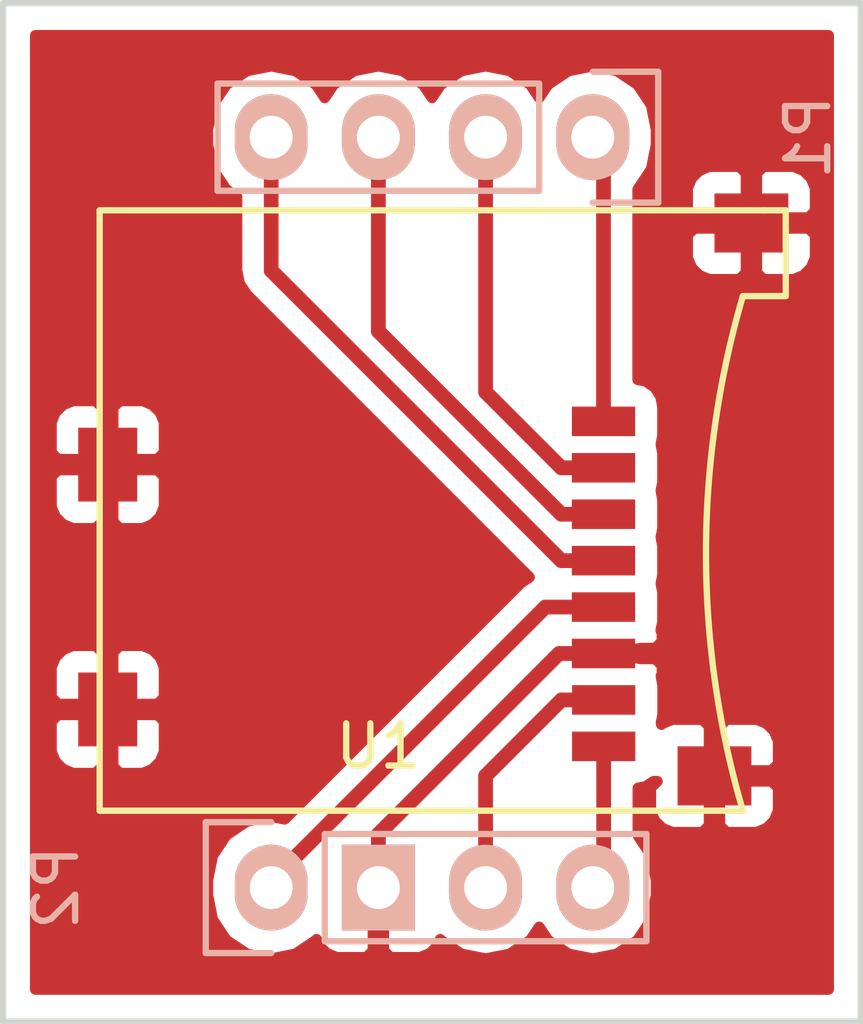
<source format=kicad_pcb>
(kicad_pcb (version 4) (host pcbnew 4.0.2+dfsg1-stable)

  (general
    (links 12)
    (no_connects 0)
    (area 145.974999 86.331666 184.679001 114.328333)
    (thickness 1.6)
    (drawings 4)
    (tracks 26)
    (zones 0)
    (modules 3)
    (nets 9)
  )

  (page A4)
  (layers
    (0 F.Cu signal)
    (31 B.Cu signal hide)
    (32 B.Adhes user)
    (33 F.Adhes user)
    (34 B.Paste user)
    (35 F.Paste user)
    (36 B.SilkS user)
    (37 F.SilkS user)
    (38 B.Mask user)
    (39 F.Mask user)
    (40 Dwgs.User user)
    (41 Cmts.User user)
    (42 Eco1.User user)
    (43 Eco2.User user)
    (44 Edge.Cuts user)
    (45 Margin user)
    (46 B.CrtYd user)
    (47 F.CrtYd user)
    (48 B.Fab user)
    (49 F.Fab user)
  )

  (setup
    (last_trace_width 0.35)
    (trace_clearance 0.2)
    (zone_clearance 0.508)
    (zone_45_only no)
    (trace_min 0.2)
    (segment_width 0.2)
    (edge_width 0.15)
    (via_size 0.6)
    (via_drill 0.4)
    (via_min_size 0.4)
    (via_min_drill 0.3)
    (uvia_size 0.3)
    (uvia_drill 0.1)
    (uvias_allowed no)
    (uvia_min_size 0.2)
    (uvia_min_drill 0.1)
    (pcb_text_width 0.3)
    (pcb_text_size 1.5 1.5)
    (mod_edge_width 0.15)
    (mod_text_size 1 1)
    (mod_text_width 0.15)
    (pad_size 2.032 1.7272)
    (pad_drill 1.016)
    (pad_to_mask_clearance 0.2)
    (aux_axis_origin 0 0)
    (visible_elements FFFFFF7F)
    (pcbplotparams
      (layerselection 0x00000_00000001)
      (usegerberextensions false)
      (excludeedgelayer true)
      (linewidth 0.100000)
      (plotframeref false)
      (viasonmask false)
      (mode 1)
      (useauxorigin false)
      (hpglpennumber 1)
      (hpglpenspeed 20)
      (hpglpendiameter 15)
      (hpglpenoverlay 2)
      (psnegative false)
      (psa4output false)
      (plotreference true)
      (plotvalue true)
      (plotinvisibletext false)
      (padsonsilk false)
      (subtractmaskfromsilk false)
      (outputformat 4)
      (mirror true)
      (drillshape 1)
      (scaleselection 1)
      (outputdirectory ""))
  )

  (net 0 "")
  (net 1 "Net-(P1-Pad1)")
  (net 2 "Net-(P1-Pad2)")
  (net 3 "Net-(P1-Pad3)")
  (net 4 "Net-(P1-Pad4)")
  (net 5 "Net-(P2-Pad1)")
  (net 6 "Net-(P2-Pad2)")
  (net 7 "Net-(P2-Pad3)")
  (net 8 "Net-(P2-Pad4)")

  (net_class Default "This is the default net class."
    (clearance 0.2)
    (trace_width 0.35)
    (via_dia 0.6)
    (via_drill 0.4)
    (uvia_dia 0.3)
    (uvia_drill 0.1)
    (add_net "Net-(P1-Pad1)")
    (add_net "Net-(P1-Pad2)")
    (add_net "Net-(P1-Pad3)")
    (add_net "Net-(P1-Pad4)")
    (add_net "Net-(P2-Pad1)")
    (add_net "Net-(P2-Pad2)")
    (add_net "Net-(P2-Pad3)")
    (add_net "Net-(P2-Pad4)")
  )

  (module Pin_Headers:Pin_Header_Straight_1x04 (layer B.Cu) (tedit 5AEB2850) (tstamp 5AEB2723)
    (at 160.02 91.44 90)
    (descr "Through hole pin header")
    (tags "pin header")
    (path /5AEB264D)
    (fp_text reference P1 (at 0 5.1 90) (layer B.SilkS)
      (effects (font (size 1 1) (thickness 0.15)) (justify mirror))
    )
    (fp_text value CONN_01X04 (at 0 3.1 90) (layer B.Fab)
      (effects (font (size 1 1) (thickness 0.15)) (justify mirror))
    )
    (fp_line (start -1.75 1.75) (end -1.75 -9.4) (layer B.CrtYd) (width 0.05))
    (fp_line (start 1.75 1.75) (end 1.75 -9.4) (layer B.CrtYd) (width 0.05))
    (fp_line (start -1.75 1.75) (end 1.75 1.75) (layer B.CrtYd) (width 0.05))
    (fp_line (start -1.75 -9.4) (end 1.75 -9.4) (layer B.CrtYd) (width 0.05))
    (fp_line (start -1.27 -1.27) (end -1.27 -8.89) (layer B.SilkS) (width 0.15))
    (fp_line (start 1.27 -1.27) (end 1.27 -8.89) (layer B.SilkS) (width 0.15))
    (fp_line (start 1.55 1.55) (end 1.55 0) (layer B.SilkS) (width 0.15))
    (fp_line (start -1.27 -8.89) (end 1.27 -8.89) (layer B.SilkS) (width 0.15))
    (fp_line (start 1.27 -1.27) (end -1.27 -1.27) (layer B.SilkS) (width 0.15))
    (fp_line (start -1.55 0) (end -1.55 1.55) (layer B.SilkS) (width 0.15))
    (fp_line (start -1.55 1.55) (end 1.55 1.55) (layer B.SilkS) (width 0.15))
    (pad 1 thru_hole oval (at 0 0 90) (size 2.032 1.7272) (drill 1.016) (layers *.Cu *.Mask B.SilkS)
      (net 1 "Net-(P1-Pad1)"))
    (pad 2 thru_hole oval (at 0 -2.54 90) (size 2.032 1.7272) (drill 1.016) (layers *.Cu *.Mask B.SilkS)
      (net 2 "Net-(P1-Pad2)"))
    (pad 3 thru_hole oval (at 0 -5.08 90) (size 2.032 1.7272) (drill 1.016) (layers *.Cu *.Mask B.SilkS)
      (net 3 "Net-(P1-Pad3)"))
    (pad 4 thru_hole oval (at 0 -7.62 90) (size 2.032 1.7272) (drill 1.016) (layers *.Cu *.Mask B.SilkS)
      (net 4 "Net-(P1-Pad4)"))
    (model Pin_Headers.3dshapes/Pin_Header_Straight_1x04.wrl
      (at (xyz 0 -0.15 0))
      (scale (xyz 1 1 1))
      (rotate (xyz 0 0 90))
    )
  )

  (module Pin_Headers:Pin_Header_Straight_1x04 (layer B.Cu) (tedit 5AEB2846) (tstamp 5AEB272B)
    (at 152.4 109.22 270)
    (descr "Through hole pin header")
    (tags "pin header")
    (path /5AEB2698)
    (fp_text reference P2 (at 0 5.1 270) (layer B.SilkS)
      (effects (font (size 1 1) (thickness 0.15)) (justify mirror))
    )
    (fp_text value CONN_01X04 (at 0 3.1 270) (layer B.Fab)
      (effects (font (size 1 1) (thickness 0.15)) (justify mirror))
    )
    (fp_line (start -1.75 1.75) (end -1.75 -9.4) (layer B.CrtYd) (width 0.05))
    (fp_line (start 1.75 1.75) (end 1.75 -9.4) (layer B.CrtYd) (width 0.05))
    (fp_line (start -1.75 1.75) (end 1.75 1.75) (layer B.CrtYd) (width 0.05))
    (fp_line (start -1.75 -9.4) (end 1.75 -9.4) (layer B.CrtYd) (width 0.05))
    (fp_line (start -1.27 -1.27) (end -1.27 -8.89) (layer B.SilkS) (width 0.15))
    (fp_line (start 1.27 -1.27) (end 1.27 -8.89) (layer B.SilkS) (width 0.15))
    (fp_line (start 1.55 1.55) (end 1.55 0) (layer B.SilkS) (width 0.15))
    (fp_line (start -1.27 -8.89) (end 1.27 -8.89) (layer B.SilkS) (width 0.15))
    (fp_line (start 1.27 -1.27) (end -1.27 -1.27) (layer B.SilkS) (width 0.15))
    (fp_line (start -1.55 0) (end -1.55 1.55) (layer B.SilkS) (width 0.15))
    (fp_line (start -1.55 1.55) (end 1.55 1.55) (layer B.SilkS) (width 0.15))
    (pad 1 thru_hole oval (at 0 0 270) (size 2.032 1.7272) (drill 1.016) (layers *.Cu *.Mask B.SilkS)
      (net 5 "Net-(P2-Pad1)"))
    (pad 2 thru_hole rect (at 0 -2.54 270) (size 2.032 1.7272) (drill 1.016) (layers *.Cu *.Mask B.SilkS)
      (net 6 "Net-(P2-Pad2)"))
    (pad 3 thru_hole oval (at 0 -5.08 270) (size 2.032 1.7272) (drill 1.016) (layers *.Cu *.Mask B.SilkS)
      (net 7 "Net-(P2-Pad3)"))
    (pad 4 thru_hole oval (at 0 -7.62 270) (size 2.032 1.7272) (drill 1.016) (layers *.Cu *.Mask B.SilkS)
      (net 8 "Net-(P2-Pad4)"))
    (model Pin_Headers.3dshapes/Pin_Header_Straight_1x04.wrl
      (at (xyz 0 -0.15 0))
      (scale (xyz 1 1 1))
      (rotate (xyz 0 0 90))
    )
  )

  (module footprints:microSDSpring (layer F.Cu) (tedit 5AEB23DD) (tstamp 5AEB273B)
    (at 147.828 105.873)
    (path /5AEB28C2)
    (fp_text reference U1 (at 7.112 0) (layer F.SilkS)
      (effects (font (size 1 1) (thickness 0.15)))
    )
    (fp_text value microSD (at 6.604 -11.176) (layer F.Fab)
      (effects (font (size 1 1) (thickness 0.15)))
    )
    (fp_line (start 16.764 -10.668) (end 15.748 -10.668) (layer F.SilkS) (width 0.15))
    (fp_line (start 16.256 -12.7) (end 16.764 -12.7) (layer F.SilkS) (width 0.15))
    (fp_line (start 16.764 -12.7) (end 16.764 -10.668) (layer F.SilkS) (width 0.15))
    (fp_arc (start 36.576 -4.572) (end 15.748 1.524) (angle 32.62770306) (layer F.SilkS) (width 0.15))
    (fp_line (start 0.508 1.524) (end 15.748 1.524) (layer F.SilkS) (width 0.15))
    (fp_line (start 0.508 -12.7) (end 0.508 1.524) (layer F.SilkS) (width 0.15))
    (fp_line (start 16.256 -12.7) (end 0.508 -12.7) (layer F.SilkS) (width 0.15))
    (pad 6 smd rect (at 0.7 -0.875) (size 1.4 1.75) (layers F.Cu F.Paste F.Mask)
      (net 6 "Net-(P2-Pad2)"))
    (pad 6 smd rect (at 0.7 -6.675) (size 1.4 1.75) (layers F.Cu F.Paste F.Mask)
      (net 6 "Net-(P2-Pad2)"))
    (pad 6 smd rect (at 15.075 0.7 90) (size 1.4 1.75) (layers F.Cu F.Paste F.Mask)
      (net 6 "Net-(P2-Pad2)"))
    (pad 6 smd rect (at 15.95 -12.4 90) (size 1.4 1.75) (layers F.Cu F.Paste F.Mask)
      (net 6 "Net-(P2-Pad2)"))
    (pad 8 smd rect (at 12.45 0 180) (size 1.5 0.7) (layers F.Cu F.Paste F.Mask)
      (net 8 "Net-(P2-Pad4)") (solder_mask_margin 0.1) (clearance 0.05))
    (pad 7 smd rect (at 12.45 -1.1 180) (size 1.5 0.7) (layers F.Cu F.Paste F.Mask)
      (net 7 "Net-(P2-Pad3)") (solder_mask_margin 0.1) (clearance 0.1))
    (pad 6 smd rect (at 12.446 -2.2 180) (size 1.5 0.7) (layers F.Cu F.Paste F.Mask)
      (net 6 "Net-(P2-Pad2)") (solder_mask_margin 0.1) (clearance 0.1))
    (pad 5 smd rect (at 12.446 -3.3 180) (size 1.5 0.7) (layers F.Cu F.Paste F.Mask)
      (net 5 "Net-(P2-Pad1)") (solder_mask_margin 0.1) (clearance 0.1))
    (pad 4 smd rect (at 12.446 -4.4 180) (size 1.5 0.7) (layers F.Cu F.Paste F.Mask)
      (net 4 "Net-(P1-Pad4)") (solder_mask_margin 0.1) (clearance 0.1))
    (pad 3 smd rect (at 12.446 -5.5 180) (size 1.5 0.7) (layers F.Cu F.Paste F.Mask)
      (net 3 "Net-(P1-Pad3)") (solder_mask_margin 0.1) (clearance 0.1))
    (pad 2 smd rect (at 12.446 -6.6 180) (size 1.5 0.7) (layers F.Cu F.Paste F.Mask)
      (net 2 "Net-(P1-Pad2)") (solder_mask_margin 0.1) (clearance 0.1))
    (pad 1 smd rect (at 12.446 -7.7 180) (size 1.5 0.7) (layers F.Cu F.Paste F.Mask)
      (net 1 "Net-(P1-Pad1)") (solder_mask_margin 0.1) (clearance 0.1))
  )

  (gr_line (start 146.05 112.395) (end 146.05 88.265) (layer Edge.Cuts) (width 0.15))
  (gr_line (start 166.37 112.395) (end 146.05 112.395) (layer Edge.Cuts) (width 0.15))
  (gr_line (start 166.37 88.265) (end 166.37 112.395) (layer Edge.Cuts) (width 0.15))
  (gr_line (start 146.05 88.265) (end 166.37 88.265) (layer Edge.Cuts) (width 0.15))

  (segment (start 160.274 98.173) (end 160.274 91.694) (width 0.35) (layer F.Cu) (net 1))
  (segment (start 160.274 91.694) (end 160.02 91.44) (width 0.25) (layer F.Cu) (net 1))
  (segment (start 160.274 99.273) (end 159.274 99.273) (width 0.35) (layer F.Cu) (net 2))
  (segment (start 157.48 92.706) (end 157.48 91.44) (width 0.35) (layer F.Cu) (net 2))
  (segment (start 157.48 97.479) (end 157.48 92.706) (width 0.35) (layer F.Cu) (net 2))
  (segment (start 159.274 99.273) (end 157.48 97.479) (width 0.35) (layer F.Cu) (net 2))
  (segment (start 160.274 100.373) (end 159.274 100.373) (width 0.35) (layer F.Cu) (net 3))
  (segment (start 154.94 92.706) (end 154.94 91.44) (width 0.35) (layer F.Cu) (net 3))
  (segment (start 154.94 96.039) (end 154.94 92.706) (width 0.35) (layer F.Cu) (net 3))
  (segment (start 159.274 100.373) (end 154.94 96.039) (width 0.35) (layer F.Cu) (net 3))
  (segment (start 160.274 101.473) (end 159.274 101.473) (width 0.35) (layer F.Cu) (net 4))
  (segment (start 152.4 92.706) (end 152.4 91.44) (width 0.35) (layer F.Cu) (net 4))
  (segment (start 152.4 94.599) (end 152.4 92.706) (width 0.35) (layer F.Cu) (net 4))
  (segment (start 159.274 101.473) (end 152.4 94.599) (width 0.35) (layer F.Cu) (net 4))
  (segment (start 160.274 102.573) (end 158.8946 102.573) (width 0.35) (layer F.Cu) (net 5))
  (segment (start 158.8946 102.573) (end 152.4 109.0676) (width 0.35) (layer F.Cu) (net 5))
  (segment (start 152.4 109.0676) (end 152.4 109.22) (width 0.25) (layer F.Cu) (net 5))
  (segment (start 160.274 103.673) (end 159.221 103.673) (width 0.35) (layer F.Cu) (net 6))
  (segment (start 159.221 103.673) (end 154.94 107.954) (width 0.35) (layer F.Cu) (net 6))
  (segment (start 154.94 107.954) (end 154.94 109.22) (width 0.35) (layer F.Cu) (net 6))
  (segment (start 160.278 104.773) (end 159.278 104.773) (width 0.35) (layer F.Cu) (net 7))
  (segment (start 157.48 107.954) (end 157.48 109.22) (width 0.35) (layer F.Cu) (net 7))
  (segment (start 157.48 106.571) (end 157.48 107.954) (width 0.35) (layer F.Cu) (net 7))
  (segment (start 159.278 104.773) (end 157.48 106.571) (width 0.35) (layer F.Cu) (net 7))
  (segment (start 160.278 105.873) (end 160.278 108.962) (width 0.35) (layer F.Cu) (net 8))
  (segment (start 160.278 108.962) (end 160.02 109.22) (width 0.25) (layer F.Cu) (net 8))

  (zone (net 6) (net_name "Net-(P2-Pad2)") (layer F.Cu) (tstamp 0) (hatch edge 0.508)
    (connect_pads (clearance 0.508))
    (min_thickness 0.254)
    (fill yes (arc_segments 16) (thermal_gap 0.508) (thermal_bridge_width 0.508))
    (polygon
      (pts
        (xy 146.685 88.9) (xy 146.685 111.76) (xy 165.735 111.76) (xy 165.735 88.9)
      )
    )
    (filled_polygon
      (pts
        (xy 165.608 111.633) (xy 146.812 111.633) (xy 146.812 105.28375) (xy 147.193 105.28375) (xy 147.193 105.99931)
        (xy 147.289673 106.232699) (xy 147.468302 106.411327) (xy 147.701691 106.508) (xy 148.24225 106.508) (xy 148.401 106.34925)
        (xy 148.401 105.125) (xy 148.655 105.125) (xy 148.655 106.34925) (xy 148.81375 106.508) (xy 149.354309 106.508)
        (xy 149.587698 106.411327) (xy 149.766327 106.232699) (xy 149.863 105.99931) (xy 149.863 105.28375) (xy 149.70425 105.125)
        (xy 148.655 105.125) (xy 148.401 105.125) (xy 147.35175 105.125) (xy 147.193 105.28375) (xy 146.812 105.28375)
        (xy 146.812 103.99669) (xy 147.193 103.99669) (xy 147.193 104.71225) (xy 147.35175 104.871) (xy 148.401 104.871)
        (xy 148.401 103.64675) (xy 148.655 103.64675) (xy 148.655 104.871) (xy 149.70425 104.871) (xy 149.863 104.71225)
        (xy 149.863 103.99669) (xy 149.766327 103.763301) (xy 149.587698 103.584673) (xy 149.354309 103.488) (xy 148.81375 103.488)
        (xy 148.655 103.64675) (xy 148.401 103.64675) (xy 148.24225 103.488) (xy 147.701691 103.488) (xy 147.468302 103.584673)
        (xy 147.289673 103.763301) (xy 147.193 103.99669) (xy 146.812 103.99669) (xy 146.812 99.48375) (xy 147.193 99.48375)
        (xy 147.193 100.19931) (xy 147.289673 100.432699) (xy 147.468302 100.611327) (xy 147.701691 100.708) (xy 148.24225 100.708)
        (xy 148.401 100.54925) (xy 148.401 99.325) (xy 148.655 99.325) (xy 148.655 100.54925) (xy 148.81375 100.708)
        (xy 149.354309 100.708) (xy 149.587698 100.611327) (xy 149.766327 100.432699) (xy 149.863 100.19931) (xy 149.863 99.48375)
        (xy 149.70425 99.325) (xy 148.655 99.325) (xy 148.401 99.325) (xy 147.35175 99.325) (xy 147.193 99.48375)
        (xy 146.812 99.48375) (xy 146.812 98.19669) (xy 147.193 98.19669) (xy 147.193 98.91225) (xy 147.35175 99.071)
        (xy 148.401 99.071) (xy 148.401 97.84675) (xy 148.655 97.84675) (xy 148.655 99.071) (xy 149.70425 99.071)
        (xy 149.863 98.91225) (xy 149.863 98.19669) (xy 149.766327 97.963301) (xy 149.587698 97.784673) (xy 149.354309 97.688)
        (xy 148.81375 97.688) (xy 148.655 97.84675) (xy 148.401 97.84675) (xy 148.24225 97.688) (xy 147.701691 97.688)
        (xy 147.468302 97.784673) (xy 147.289673 97.963301) (xy 147.193 98.19669) (xy 146.812 98.19669) (xy 146.812 91.255255)
        (xy 150.9014 91.255255) (xy 150.9014 91.624745) (xy 151.015474 92.198234) (xy 151.34033 92.684415) (xy 151.59 92.851239)
        (xy 151.59 94.599) (xy 151.651658 94.908974) (xy 151.827244 95.171756) (xy 158.521994 101.866507) (xy 158.453235 101.912451)
        (xy 158.321843 102.000244) (xy 152.721485 107.600602) (xy 152.4 107.536655) (xy 151.826511 107.650729) (xy 151.34033 107.975585)
        (xy 151.015474 108.461766) (xy 150.9014 109.035255) (xy 150.9014 109.404745) (xy 151.015474 109.978234) (xy 151.34033 110.464415)
        (xy 151.826511 110.789271) (xy 152.4 110.903345) (xy 152.973489 110.789271) (xy 153.45967 110.464415) (xy 153.4745 110.44222)
        (xy 153.538073 110.595698) (xy 153.716701 110.774327) (xy 153.95009 110.871) (xy 154.65425 110.871) (xy 154.813 110.71225)
        (xy 154.813 109.347) (xy 154.793 109.347) (xy 154.793 109.093) (xy 154.813 109.093) (xy 154.813 109.073)
        (xy 155.067 109.073) (xy 155.067 109.093) (xy 155.087 109.093) (xy 155.087 109.347) (xy 155.067 109.347)
        (xy 155.067 110.71225) (xy 155.22575 110.871) (xy 155.92991 110.871) (xy 156.163299 110.774327) (xy 156.341927 110.595698)
        (xy 156.4055 110.44222) (xy 156.42033 110.464415) (xy 156.906511 110.789271) (xy 157.48 110.903345) (xy 158.053489 110.789271)
        (xy 158.53967 110.464415) (xy 158.75 110.149634) (xy 158.96033 110.464415) (xy 159.446511 110.789271) (xy 160.02 110.903345)
        (xy 160.593489 110.789271) (xy 161.07967 110.464415) (xy 161.404526 109.978234) (xy 161.5186 109.404745) (xy 161.5186 109.035255)
        (xy 161.404526 108.461766) (xy 161.088 107.988052) (xy 161.088 106.85915) (xy 161.263317 106.826162) (xy 161.459375 106.700002)
        (xy 161.551748 106.700002) (xy 161.393 106.85875) (xy 161.393 107.399309) (xy 161.489673 107.632698) (xy 161.668301 107.811327)
        (xy 161.90169 107.908) (xy 162.61725 107.908) (xy 162.776 107.74925) (xy 162.776 106.7) (xy 163.03 106.7)
        (xy 163.03 107.74925) (xy 163.18875 107.908) (xy 163.90431 107.908) (xy 164.137699 107.811327) (xy 164.316327 107.632698)
        (xy 164.413 107.399309) (xy 164.413 106.85875) (xy 164.25425 106.7) (xy 163.03 106.7) (xy 162.776 106.7)
        (xy 162.756 106.7) (xy 162.756 106.446) (xy 162.776 106.446) (xy 162.776 105.39675) (xy 163.03 105.39675)
        (xy 163.03 106.446) (xy 164.25425 106.446) (xy 164.413 106.28725) (xy 164.413 105.746691) (xy 164.316327 105.513302)
        (xy 164.137699 105.334673) (xy 163.90431 105.238) (xy 163.18875 105.238) (xy 163.03 105.39675) (xy 162.776 105.39675)
        (xy 162.61725 105.238) (xy 161.90169 105.238) (xy 161.668301 105.334673) (xy 161.644485 105.358489) (xy 161.636426 105.315658)
        (xy 161.67544 105.123) (xy 161.67544 104.423) (xy 161.634893 104.20751) (xy 161.659 104.14931) (xy 161.659 103.95875)
        (xy 161.50025 103.8) (xy 161.148688 103.8) (xy 161.028 103.77556) (xy 160.127 103.77556) (xy 160.127 103.57044)
        (xy 161.024 103.57044) (xy 161.153887 103.546) (xy 161.50025 103.546) (xy 161.659 103.38725) (xy 161.659 103.19669)
        (xy 161.63013 103.126993) (xy 161.67144 102.923) (xy 161.67144 102.223) (xy 161.632426 102.015658) (xy 161.67144 101.823)
        (xy 161.67144 101.123) (xy 161.632426 100.915658) (xy 161.67144 100.723) (xy 161.67144 100.023) (xy 161.632426 99.815658)
        (xy 161.67144 99.623) (xy 161.67144 98.923) (xy 161.632426 98.715658) (xy 161.67144 98.523) (xy 161.67144 97.823)
        (xy 161.627162 97.587683) (xy 161.48809 97.371559) (xy 161.27589 97.226569) (xy 161.084 97.18771) (xy 161.084 93.75875)
        (xy 162.268 93.75875) (xy 162.268 94.299309) (xy 162.364673 94.532698) (xy 162.543301 94.711327) (xy 162.77669 94.808)
        (xy 163.49225 94.808) (xy 163.651 94.64925) (xy 163.651 93.6) (xy 163.905 93.6) (xy 163.905 94.64925)
        (xy 164.06375 94.808) (xy 164.77931 94.808) (xy 165.012699 94.711327) (xy 165.191327 94.532698) (xy 165.288 94.299309)
        (xy 165.288 93.75875) (xy 165.12925 93.6) (xy 163.905 93.6) (xy 163.651 93.6) (xy 162.42675 93.6)
        (xy 162.268 93.75875) (xy 161.084 93.75875) (xy 161.084 92.677935) (xy 161.104876 92.646691) (xy 162.268 92.646691)
        (xy 162.268 93.18725) (xy 162.42675 93.346) (xy 163.651 93.346) (xy 163.651 92.29675) (xy 163.905 92.29675)
        (xy 163.905 93.346) (xy 165.12925 93.346) (xy 165.288 93.18725) (xy 165.288 92.646691) (xy 165.191327 92.413302)
        (xy 165.012699 92.234673) (xy 164.77931 92.138) (xy 164.06375 92.138) (xy 163.905 92.29675) (xy 163.651 92.29675)
        (xy 163.49225 92.138) (xy 162.77669 92.138) (xy 162.543301 92.234673) (xy 162.364673 92.413302) (xy 162.268 92.646691)
        (xy 161.104876 92.646691) (xy 161.404526 92.198234) (xy 161.5186 91.624745) (xy 161.5186 91.255255) (xy 161.404526 90.681766)
        (xy 161.07967 90.195585) (xy 160.593489 89.870729) (xy 160.02 89.756655) (xy 159.446511 89.870729) (xy 158.96033 90.195585)
        (xy 158.75 90.510366) (xy 158.53967 90.195585) (xy 158.053489 89.870729) (xy 157.48 89.756655) (xy 156.906511 89.870729)
        (xy 156.42033 90.195585) (xy 156.21 90.510366) (xy 155.99967 90.195585) (xy 155.513489 89.870729) (xy 154.94 89.756655)
        (xy 154.366511 89.870729) (xy 153.88033 90.195585) (xy 153.67 90.510366) (xy 153.45967 90.195585) (xy 152.973489 89.870729)
        (xy 152.4 89.756655) (xy 151.826511 89.870729) (xy 151.34033 90.195585) (xy 151.015474 90.681766) (xy 150.9014 91.255255)
        (xy 146.812 91.255255) (xy 146.812 89.027) (xy 165.608 89.027)
      )
    )
  )
)

</source>
